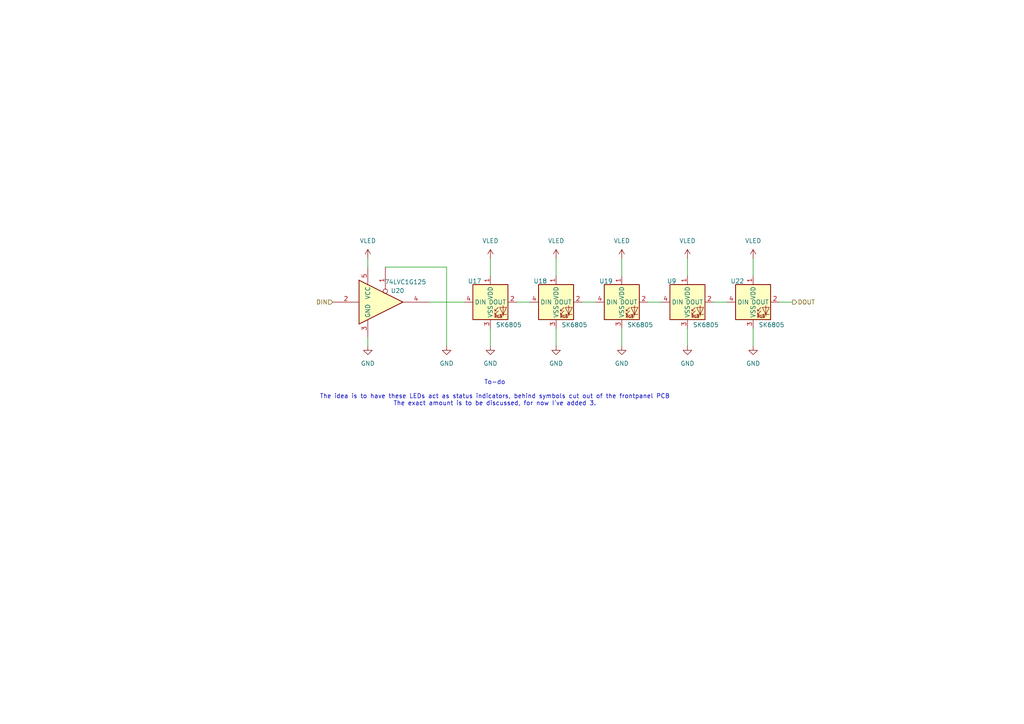
<source format=kicad_sch>
(kicad_sch (version 20231120) (generator "eeschema") (generator_version "8.0")
  (paper "A4")
  (title_block (title "WHY2025 badge") (date "2024-05-10") (rev "Prototype 1") (company "Badge.Team") (comment 1 "Copyright 2024 Nicolai Electronics") (comment 2 "License: CERN-OHL-P") (comment 3 "PROTOYPE DESIGN UNTESTED") (comment 4 "(Work in progress!)"))
  (lib_symbols
    (symbol "74xGxx:74LVC1G125"
      (property "Reference" "U" (at -10.16 7.62 0))
      (property "Value" "74LVC1G125" (at 2.54 -7.62 0))
      (symbol "74LVC1G125_0_1"
        (polyline (pts (xy -7.62 6.35) (xy -7.62 -6.35) (xy 5.08 0) (xy -7.62 6.35)) (stroke (width 0.254)) (fill (type background)))
      )
      (symbol "74LVC1G125_1_1"
        (pin input inverted (at 0 10.16 270) (length 7.62) (name "~") (number "1"))
        (pin input line (at -15.24 0 0) (length 7.62) (name "~") (number "2"))
        (pin power_in line (at -5.08 -10.16 90) (length 5.08) (name "GND") (number "3"))
        (pin tri_state line (at 12.7 0 180) (length 7.62) (name "~") (number "4"))
        (pin power_in line (at -5.08 10.16 270) (length 5.08) (name "VCC") (number "5"))
      )
    )
    (symbol "button_matrix:SK6805-EC20"
      (property "Reference" "U" (at -5.08 6.35 0))
      (symbol "SK6805-EC20_0_0"
        (text "RGB" (at 2.286 -4.191 0) (effects (font (size 0.762 0.762))))
      )
      (symbol "SK6805-EC20_0_1"
        (polyline (pts (xy 1.27 -3.556) (xy 1.778 -3.556)))
        (polyline (pts (xy 1.27 -2.54) (xy 1.778 -2.54)))
        (polyline (pts (xy 4.699 -3.556) (xy 2.667 -3.556)))
        (polyline (pts (xy 2.286 -2.54) (xy 1.27 -3.556) (xy 1.27 -3.048)))
        (polyline (pts (xy 2.286 -1.524) (xy 1.27 -2.54) (xy 1.27 -2.032)))
        (polyline (pts (xy 3.683 -1.016) (xy 3.683 -3.556) (xy 3.683 -4.064)))
        (polyline (pts (xy 4.699 -1.524) (xy 2.667 -1.524) (xy 3.683 -3.556) (xy 4.699 -1.524)))
        (rectangle (start 5.08 5.08) (end -5.08 -5.08) (stroke (width 0.254)) (fill (type background)))
      )
      (symbol "SK6805-EC20_1_1"
        (pin power_in line (at 0 7.62 270) (length 2.54) (name "VDD") (number "1"))
        (pin output line (at 7.62 0 180) (length 2.54) (name "DOUT") (number "2"))
        (pin power_in line (at 0 -7.62 90) (length 2.54) (name "VSS") (number "3"))
        (pin input line (at -7.62 0 0) (length 2.54) (name "DIN") (number "4"))
      )
    )
    (symbol "custom-power:VLED" (power) (pin_numbers hide) (pin_names (offset 0) hide)
      (property "Value" "VLED" (at 0 3.556 0))
      (symbol "VLED_0_1"
        (polyline (pts (xy -0.762 1.27) (xy 0 2.54)))
        (polyline (pts (xy 0 0) (xy 0 2.54)))
        (polyline (pts (xy 0 2.54) (xy 0.762 1.27)))
      )
      (symbol "VLED_1_1"
        (pin power_in line (at 0 0 90) (length 0) (name "~") (number "1"))
      )
    )
    (symbol "power:GND" (power) (pin_names (offset 0))
      (property "Value" "GND" (at 0 -3.81 0))
      (symbol "GND_0_1"
        (polyline (pts (xy 0 0) (xy 0 -1.27) (xy 1.27 -1.27) (xy 0 -2.54) (xy -1.27 -1.27) (xy 0 -1.27)))
      )
      (symbol "GND_1_1"
        (pin power_in line (at 0 0 270) (length 0) hide (name "GND") (number "1"))
      )
    )
  )
  (wire (pts (xy 142.24 100.33) (xy 142.24 95.25)))
  (wire (pts (xy 218.44 100.33) (xy 218.44 95.25)))
  (wire (pts (xy 199.39 74.93) (xy 199.39 80.01)))
  (wire (pts (xy 180.34 100.33) (xy 180.34 95.25)))
  (wire (pts (xy 124.46 87.63) (xy 134.62 87.63)))
  (wire (pts (xy 129.54 77.47) (xy 129.54 100.33)))
  (wire (pts (xy 187.96 87.63) (xy 191.77 87.63)))
  (wire (pts (xy 168.91 87.63) (xy 172.72 87.63)))
  (wire (pts (xy 207.01 87.63) (xy 210.82 87.63)))
  (wire (pts (xy 149.86 87.63) (xy 153.67 87.63)))
  (wire (pts (xy 106.68 74.93) (xy 106.68 77.47)))
  (wire (pts (xy 111.76 77.47) (xy 129.54 77.47)))
  (wire (pts (xy 218.44 74.93) (xy 218.44 80.01)))
  (wire (pts (xy 142.24 74.93) (xy 142.24 80.01)))
  (wire (pts (xy 161.29 74.93) (xy 161.29 80.01)))
  (wire (pts (xy 226.06 87.63) (xy 229.87 87.63)))
  (wire (pts (xy 199.39 100.33) (xy 199.39 95.25)))
  (wire (pts (xy 106.68 100.33) (xy 106.68 97.79)))
  (wire (pts (xy 180.34 74.93) (xy 180.34 80.01)))
  (wire (pts (xy 161.29 100.33) (xy 161.29 95.25)))
  (text "To-do\n\nThe idea is to have these LEDs act as status indicators, behind symbols cut out of the frontpanel PCB\nThe exact amount is to be discussed, for now I've added 3." (at 143.51 114.046 0) (effects (font (size 1.27 1.27))))
  (hierarchical_label "DIN" (shape input) (at 96.52 87.63 180))
  (hierarchical_label "DOUT" (shape output) (at 229.87 87.63 0))
  (symbol (lib_id "custom-power:VLED") (at 180.34 74.93 0) (unit 1)
    (property "Reference" "#PWR0249" (effects (hide yes)))
    (property "Value" "VLED" (at 180.34 69.85 0))
    (property "Description" "Power symbol creates a global label with name \"VLED\"" (effects (hide yes)))
  )
  (symbol (lib_id "custom-power:VLED") (at 161.29 74.93 0) (unit 1)
    (property "Reference" "#PWR0248" (effects (hide yes)))
    (property "Value" "VLED" (at 161.29 69.85 0))
    (property "Description" "Power symbol creates a global label with name \"VLED\"" (effects (hide yes)))
  )
  (symbol (lib_id "power:GND") (at 129.54 100.33 0) (unit 1)
    (property "Reference" "#PWR0243" (effects (hide yes)))
    (property "Value" "GND" (at 129.54 105.41 0))
    (property "Description" "Power symbol creates a global label with name \"GND\" , ground" (effects (hide yes)))
  )
  (symbol (lib_id "button_matrix:SK6805-EC20") (at 142.24 87.63 0) (unit 1)
    (property "Reference" "U17" (at 137.668 81.534 0))
    (property "Value" "SK6805" (at 147.574 94.234 0))
    (property "Footprint" "library:SK6805-EC20" (effects (hide yes)))
    (property "Datasheet" "https://datasheet.lcsc.com/lcsc/2108251530_OPSCO-Optoelectronics-SK6805-EC20_C2890036.pdf" (effects (hide yes)))
    (property "Description" "SK6805-EC2020" (effects (hide yes)))
    (property "LCSC" "C2890036" (effects (hide yes)))
  )
  (symbol (lib_id "power:GND") (at 180.34 100.33 0) (unit 1)
    (property "Reference" "#PWR0240" (effects (hide yes)))
    (property "Value" "GND" (at 180.34 105.41 0))
    (property "Description" "Power symbol creates a global label with name \"GND\" , ground" (effects (hide yes)))
  )
  (symbol (lib_id "power:GND") (at 106.68 100.33 0) (unit 1)
    (property "Reference" "#PWR0242" (effects (hide yes)))
    (property "Value" "GND" (at 106.68 105.41 0))
    (property "Description" "Power symbol creates a global label with name \"GND\" , ground" (effects (hide yes)))
  )
  (symbol (lib_id "button_matrix:SK6805-EC20") (at 218.44 87.63 0) (unit 1)
    (property "Reference" "U22" (at 213.868 81.534 0))
    (property "Value" "SK6805" (at 223.774 94.234 0))
    (property "Footprint" "library:SK6805-EC20" (effects (hide yes)))
    (property "Datasheet" "https://datasheet.lcsc.com/lcsc/2108251530_OPSCO-Optoelectronics-SK6805-EC20_C2890036.pdf" (effects (hide yes)))
    (property "Description" "SK6805-EC2020" (effects (hide yes)))
    (property "LCSC" "C2890036" (effects (hide yes)))
  )
  (symbol (lib_id "power:GND") (at 218.44 100.33 0) (unit 1)
    (property "Reference" "#PWR0237" (effects (hide yes)))
    (property "Value" "GND" (at 218.44 105.41 0))
    (property "Description" "Power symbol creates a global label with name \"GND\" , ground" (effects (hide yes)))
  )
  (symbol (lib_id "74xGxx:74LVC1G125") (at 111.76 87.63 0) (unit 1)
    (property "Reference" "U20" (at 115.316 84.328 0))
    (property "Value" "74LVC1G125" (at 117.602 81.788 0))
    (property "Footprint" "Package_TO_SOT_SMD:SOT-353_SC-70-5" (effects (hide yes)))
    (property "Datasheet" "https://www.ti.com/lit/ds/symlink/sn74lvc1g125.pdf" (effects (hide yes)))
    (property "Description" "Single Buffer Gate Tri-State, Low-Voltage CMOS" (effects (hide yes)))
    (property "LCSC" "C12519 " (effects (hide yes)))
  )
  (symbol (lib_id "custom-power:VLED") (at 142.24 74.93 0) (unit 1)
    (property "Reference" "#PWR0244" (effects (hide yes)))
    (property "Value" "VLED" (at 142.24 69.85 0))
    (property "Description" "Power symbol creates a global label with name \"VLED\"" (effects (hide yes)))
  )
  (symbol (lib_id "power:GND") (at 142.24 100.33 0) (unit 1)
    (property "Reference" "#PWR0238" (effects (hide yes)))
    (property "Value" "GND" (at 142.24 105.41 0))
    (property "Description" "Power symbol creates a global label with name \"GND\" , ground" (effects (hide yes)))
  )
  (symbol (lib_id "custom-power:VLED") (at 199.39 74.93 0) (unit 1)
    (property "Reference" "#PWR0205" (effects (hide yes)))
    (property "Value" "VLED" (at 199.39 69.85 0))
    (property "Description" "Power symbol creates a global label with name \"VLED\"" (effects (hide yes)))
  )
  (symbol (lib_id "button_matrix:SK6805-EC20") (at 199.39 87.63 0) (unit 1)
    (property "Reference" "U9" (at 194.818 81.534 0))
    (property "Value" "SK6805" (at 204.724 94.234 0))
    (property "Footprint" "library:SK6805-EC20" (effects (hide yes)))
    (property "Datasheet" "https://datasheet.lcsc.com/lcsc/2108251530_OPSCO-Optoelectronics-SK6805-EC20_C2890036.pdf" (effects (hide yes)))
    (property "Description" "SK6805-EC2020" (effects (hide yes)))
    (property "LCSC" "C2890036" (effects (hide yes)))
  )
  (symbol (lib_id "custom-power:VLED") (at 106.68 74.93 0) (unit 1)
    (property "Reference" "#PWR095" (effects (hide yes)))
    (property "Value" "VLED" (at 106.68 69.85 0))
    (property "Description" "Power symbol creates a global label with name \"VLED\"" (effects (hide yes)))
  )
  (symbol (lib_id "button_matrix:SK6805-EC20") (at 180.34 87.63 0) (unit 1)
    (property "Reference" "U19" (at 175.768 81.534 0))
    (property "Value" "SK6805" (at 185.674 94.234 0))
    (property "Footprint" "library:SK6805-EC20" (effects (hide yes)))
    (property "Datasheet" "https://datasheet.lcsc.com/lcsc/2108251530_OPSCO-Optoelectronics-SK6805-EC20_C2890036.pdf" (effects (hide yes)))
    (property "Description" "SK6805-EC2020" (effects (hide yes)))
    (property "LCSC" "C2890036" (effects (hide yes)))
  )
  (symbol (lib_id "custom-power:VLED") (at 218.44 74.93 0) (unit 1)
    (property "Reference" "#PWR0234" (effects (hide yes)))
    (property "Value" "VLED" (at 218.44 69.85 0))
    (property "Description" "Power symbol creates a global label with name \"VLED\"" (effects (hide yes)))
  )
  (symbol (lib_id "power:GND") (at 199.39 100.33 0) (unit 1)
    (property "Reference" "#PWR0206" (effects (hide yes)))
    (property "Value" "GND" (at 199.39 105.41 0))
    (property "Description" "Power symbol creates a global label with name \"GND\" , ground" (effects (hide yes)))
  )
  (symbol (lib_id "power:GND") (at 161.29 100.33 0) (unit 1)
    (property "Reference" "#PWR0239" (effects (hide yes)))
    (property "Value" "GND" (at 161.29 105.41 0))
    (property "Description" "Power symbol creates a global label with name \"GND\" , ground" (effects (hide yes)))
  )
  (symbol (lib_id "button_matrix:SK6805-EC20") (at 161.29 87.63 0) (unit 1)
    (property "Reference" "U18" (at 156.718 81.534 0))
    (property "Value" "SK6805" (at 166.624 94.234 0))
    (property "Footprint" "library:SK6805-EC20" (effects (hide yes)))
    (property "Datasheet" "https://datasheet.lcsc.com/lcsc/2108251530_OPSCO-Optoelectronics-SK6805-EC20_C2890036.pdf" (effects (hide yes)))
    (property "Description" "SK6805-EC2020" (effects (hide yes)))
    (property "LCSC" "C2890036" (effects (hide yes)))
  )
)
</source>
